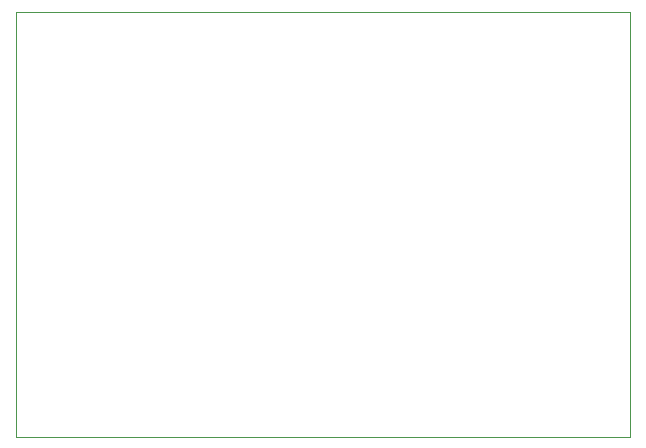
<source format=gm1>
%TF.GenerationSoftware,KiCad,Pcbnew,6.0.2+dfsg-1*%
%TF.CreationDate,2022-08-03T16:07:21+02:00*%
%TF.ProjectId,EspStepperV1,45737053-7465-4707-9065-7256312e6b69,rev?*%
%TF.SameCoordinates,Original*%
%TF.FileFunction,Profile,NP*%
%FSLAX46Y46*%
G04 Gerber Fmt 4.6, Leading zero omitted, Abs format (unit mm)*
G04 Created by KiCad (PCBNEW 6.0.2+dfsg-1) date 2022-08-03 16:07:21*
%MOMM*%
%LPD*%
G01*
G04 APERTURE LIST*
%TA.AperFunction,Profile*%
%ADD10C,0.100000*%
%TD*%
G04 APERTURE END LIST*
D10*
X46100000Y-74300000D02*
X98100000Y-74300000D01*
X46100000Y-110300000D02*
X46100000Y-74300000D01*
X98100000Y-110300000D02*
X98100000Y-74300000D01*
X46100000Y-110300000D02*
X98100000Y-110300000D01*
M02*

</source>
